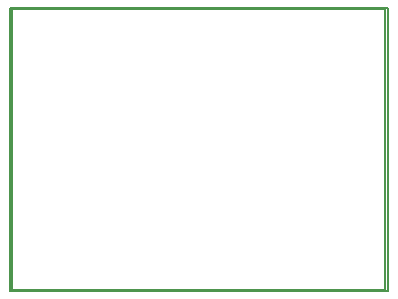
<source format=gko>
%FSLAX25Y25*%
%MOIN*%
G70*
G01*
G75*
G04 Layer_Color=16711935*
%ADD10R,0.02756X0.03347*%
%ADD11C,0.01000*%
%ADD12C,0.00500*%
%ADD13O,0.04724X0.06299*%
%ADD14R,0.04724X0.06299*%
%ADD15O,0.06299X0.04724*%
%ADD16R,0.06299X0.04724*%
%ADD17R,0.05906X0.05906*%
%ADD18C,0.05906*%
%ADD19C,0.02000*%
%ADD20C,0.00787*%
%ADD21R,0.03556X0.04147*%
%ADD22O,0.05524X0.07099*%
%ADD23R,0.05524X0.07099*%
%ADD24O,0.07099X0.05524*%
%ADD25R,0.07099X0.05524*%
%ADD26R,0.06706X0.06706*%
%ADD27C,0.06706*%
D12*
X125000Y-94000D02*
Y-500D01*
X500Y-94000D02*
X125000D01*
X500D02*
Y-500D01*
X125000D01*
X0Y0D02*
X125984D01*
X0Y-94488D02*
Y0D01*
Y-94488D02*
X125984D01*
Y0D01*
M02*

</source>
